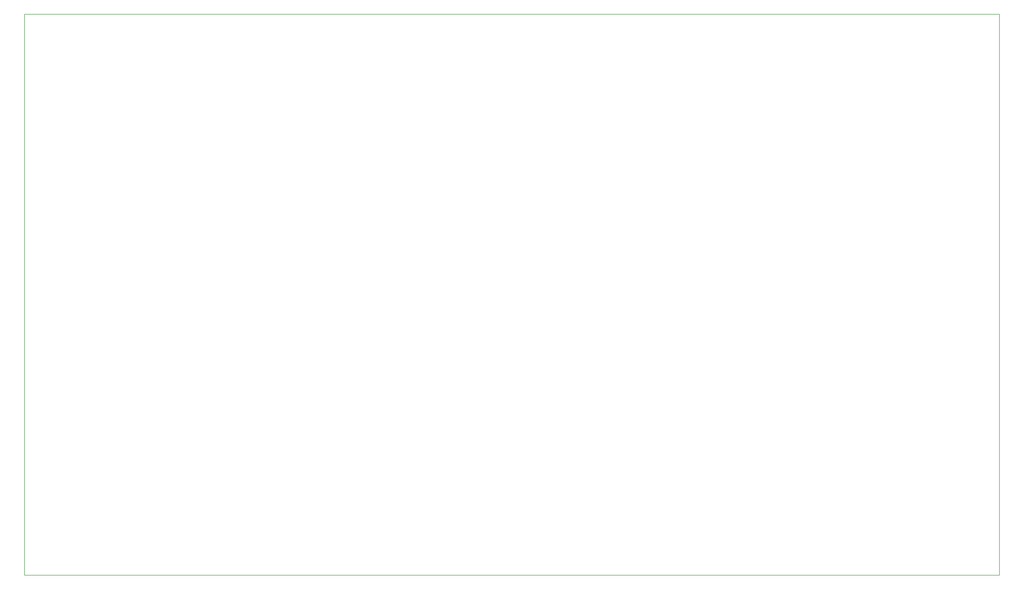
<source format=gbr>
G04 #@! TF.GenerationSoftware,KiCad,Pcbnew,(5.1.2-1)-1*
G04 #@! TF.CreationDate,2021-05-12T23:50:41-04:00*
G04 #@! TF.ProjectId,Sequencer - MFOS,53657175-656e-4636-9572-202d204d464f,rev?*
G04 #@! TF.SameCoordinates,Original*
G04 #@! TF.FileFunction,Profile,NP*
%FSLAX46Y46*%
G04 Gerber Fmt 4.6, Leading zero omitted, Abs format (unit mm)*
G04 Created by KiCad (PCBNEW (5.1.2-1)-1) date 2021-05-12 23:50:41*
%MOMM*%
%LPD*%
G04 APERTURE LIST*
%ADD10C,0.050000*%
G04 APERTURE END LIST*
D10*
X188468000Y-12192000D02*
X12192000Y-12192000D01*
X188468000Y-113792000D02*
X188468000Y-12192000D01*
X12192000Y-113792000D02*
X188468000Y-113792000D01*
X12192000Y-12192000D02*
X12192000Y-113792000D01*
M02*

</source>
